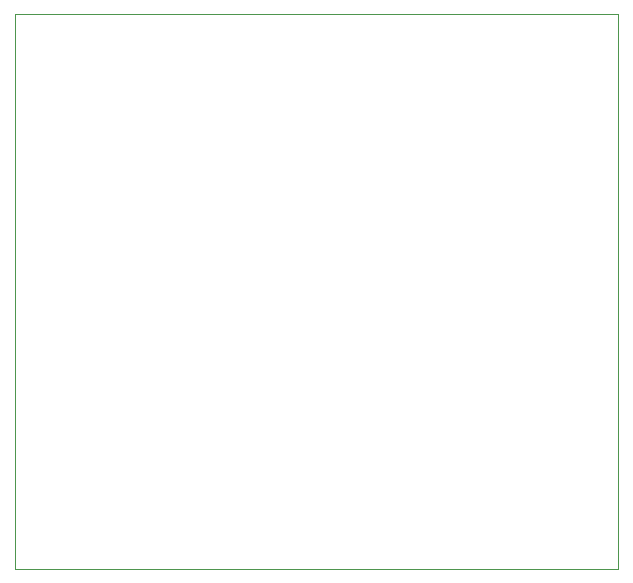
<source format=gm1>
G04 #@! TF.GenerationSoftware,KiCad,Pcbnew,8.0.5*
G04 #@! TF.CreationDate,2025-01-11T16:28:32+01:00*
G04 #@! TF.ProjectId,P1_Extender,50315f45-7874-4656-9e64-65722e6b6963,rev?*
G04 #@! TF.SameCoordinates,Original*
G04 #@! TF.FileFunction,Profile,NP*
%FSLAX46Y46*%
G04 Gerber Fmt 4.6, Leading zero omitted, Abs format (unit mm)*
G04 Created by KiCad (PCBNEW 8.0.5) date 2025-01-11 16:28:32*
%MOMM*%
%LPD*%
G01*
G04 APERTURE LIST*
G04 #@! TA.AperFunction,Profile*
%ADD10C,0.050000*%
G04 #@! TD*
G04 APERTURE END LIST*
D10*
X165000000Y-119000000D02*
X114000000Y-119000000D01*
X114000000Y-72000000D01*
X165000000Y-72000000D01*
X165000000Y-119000000D01*
M02*

</source>
